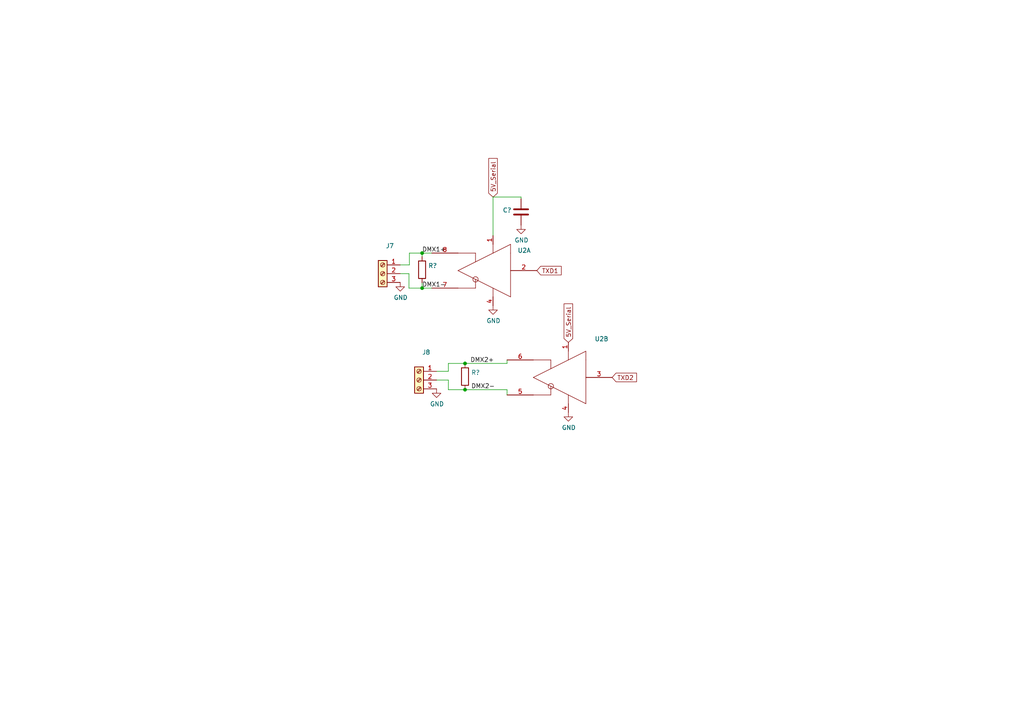
<source format=kicad_sch>
(kicad_sch (version 20211123) (generator eeschema)
  (paper "A4")
  (title_block (title "PB 16 Flex") (date "2020-10-04") (rev "v1.1") (company "Scott Hanson"))
  (lib_symbols
    (symbol "Connector:Screw_Terminal_01x03" (pin_names (offset 1.016) hide)
      (property "Reference" "J" (at 0 5.08 0))
      (property "Value" "Screw_Terminal_01x03" (at 0 -5.08 0))
      (symbol "Screw_Terminal_01x03_1_1"
        (rectangle (start -1.27 3.81) (end 1.27 -3.81) (stroke (width 0.254)) (fill (type background)))
        (circle (center 0 -2.54) (radius 0.635) (stroke (width 0.1524)))
        (polyline (pts (xy -0.5334 -2.2098) (xy 0.3302 -3.048)) (stroke (width 0.1524)))
        (polyline (pts (xy -0.5334 0.3302) (xy 0.3302 -0.508)) (stroke (width 0.1524)))
        (polyline (pts (xy -0.5334 2.8702) (xy 0.3302 2.032)) (stroke (width 0.1524)))
        (polyline (pts (xy -0.3556 -2.032) (xy 0.508 -2.8702)) (stroke (width 0.1524)))
        (polyline (pts (xy -0.3556 0.508) (xy 0.508 -0.3302)) (stroke (width 0.1524)))
        (polyline (pts (xy -0.3556 3.048) (xy 0.508 2.2098)) (stroke (width 0.1524)))
        (circle (center 0 0) (radius 0.635) (stroke (width 0.1524)))
        (circle (center 0 2.54) (radius 0.635) (stroke (width 0.1524)))
        (pin passive line (at -5.08 2.54 0) (length 3.81) (name "Pin_1") (number "1"))
        (pin passive line (at -5.08 0 0) (length 3.81) (name "Pin_2") (number "2"))
        (pin passive line (at -5.08 -2.54 0) (length 3.81) (name "Pin_3") (number "3"))
      )
    )
    (symbol "Interface_LineDriver:UA9638CP" (pin_names (offset 1.016) hide)
      (property "Reference" "U" (at -7.62 10.16 0))
      (property "Value" "UA9638CP" (at 2.54 7.62 0))
      (symbol "UA9638CP_0_1"
        (polyline (pts (xy -7.62 5.08) (xy -7.62 -7.62)))
        (polyline (pts (xy -7.62 5.08) (xy -7.62 7.62)))
        (polyline (pts (xy -7.62 7.62) (xy 7.62 0)))
        (polyline (pts (xy -2.54 -5.08) (xy -2.54 -7.62)))
        (polyline (pts (xy -2.54 5.08) (xy -2.54 7.62)))
        (polyline (pts (xy 2.54 -5.08) (xy 7.62 -5.08)))
        (polyline (pts (xy 2.54 -2.54) (xy 2.54 -5.08)))
        (polyline (pts (xy 2.54 5.08) (xy 2.54 2.54)))
        (polyline (pts (xy 7.62 0) (xy -7.62 -7.62)))
        (polyline (pts (xy 7.62 5.08) (xy 2.54 5.08)))
        (circle (center 2.54 -2.54) (radius 0.762))
      )
      (symbol "UA9638CP_1_1"
        (pin power_in line (at -2.54 10.16 270) (length 2.54) (name "VCC") (number "1"))
        (pin input line (at -15.24 0 0) (length 7.62) (name "IN") (number "2"))
        (pin power_in line (at -2.54 -10.16 90) (length 2.54) (name "GND") (number "4"))
        (pin output line (at 15.24 -5.08 180) (length 7.62) (name "OUTA") (number "7"))
        (pin output line (at 15.24 5.08 180) (length 7.62) (name "OUTB") (number "8"))
      )
      (symbol "UA9638CP_2_1"
        (pin power_in line (at -2.54 10.16 270) (length 2.54) (name "VCC") (number "1"))
        (pin input line (at -15.24 0 0) (length 7.62) (name "IN") (number "3"))
        (pin power_in line (at -2.54 -10.16 90) (length 2.54) (name "GND") (number "4"))
        (pin output line (at 15.24 -5.08 180) (length 7.62) (name "OUTA") (number "5"))
        (pin output line (at 15.24 5.08 180) (length 7.62) (name "OUTB") (number "6"))
      )
    )
    (symbol "PB_16-rescue:C-Device" (pin_numbers hide) (pin_names (offset 0.254))
      (property "Reference" "C" (at 0.635 2.54 0))
      (property "Value" "C-Device" (at 0.635 -2.54 0))
      (symbol "C-Device_0_1"
        (polyline (pts (xy -2.032 -0.762) (xy 2.032 -0.762)) (stroke (width 0.508)))
        (polyline (pts (xy -2.032 0.762) (xy 2.032 0.762)) (stroke (width 0.508)))
      )
      (symbol "C-Device_1_1"
        (pin passive line (at 0 3.81 270) (length 2.794) (name "~") (number "1"))
        (pin passive line (at 0 -3.81 90) (length 2.794) (name "~") (number "2"))
      )
    )
    (symbol "PB_16-rescue:R-Device" (pin_numbers hide) (pin_names (offset 0))
      (property "Reference" "R" (at 2.032 0 90))
      (property "Value" "R-Device" (at 0 0 90))
      (symbol "R-Device_0_1"
        (rectangle (start -1.016 -2.54) (end 1.016 2.54) (stroke (width 0.254)))
      )
      (symbol "R-Device_1_1"
        (pin passive line (at 0 3.81 270) (length 1.27) (name "~") (number "1"))
        (pin passive line (at 0 -3.81 90) (length 1.27) (name "~") (number "2"))
      )
    )
    (symbol "power:GND" (power) (pin_names (offset 0))
      (property "Value" "GND" (at 0 -3.81 0))
      (symbol "GND_0_1"
        (polyline (pts (xy 0 0) (xy 0 -1.27) (xy 1.27 -1.27) (xy 0 -2.54) (xy -1.27 -1.27) (xy 0 -1.27)))
      )
      (symbol "GND_1_1"
        (pin power_in line (at 0 0 270) (length 0) hide (name "GND") (number "1"))
      )
    )
  )
  (junction (at 122.428 83.566))
  (junction (at 134.874 113.03))
  (junction (at 122.428 73.406))
  (junction (at 134.874 105.41))
  (wire (pts (xy 118.745 76.835) (xy 116.078 76.835)))
  (wire (pts (xy 122.428 73.406) (xy 122.428 74.422)))
  (wire (pts (xy 147.066 105.41) (xy 147.066 104.394)))
  (wire (pts (xy 130.048 113.03) (xy 134.874 113.03)))
  (wire (pts (xy 122.428 73.406) (xy 118.745 73.406)))
  (wire (pts (xy 122.428 73.406) (xy 125.222 73.406)))
  (wire (pts (xy 122.428 82.042) (xy 122.428 83.566)))
  (wire (pts (xy 122.428 83.566) (xy 118.618 83.566)))
  (wire (pts (xy 118.618 83.566) (xy 118.618 79.375)))
  (wire (pts (xy 130.048 105.41) (xy 130.048 107.696)))
  (wire (pts (xy 147.066 114.554) (xy 147.066 113.03)))
  (wire (pts (xy 130.048 105.41) (xy 134.874 105.41)))
  (wire (pts (xy 130.048 107.696) (xy 126.619 107.696)))
  (wire (pts (xy 118.618 79.375) (xy 116.078 79.375)))
  (wire (pts (xy 126.619 110.236) (xy 130.048 110.236)))
  (wire (pts (xy 134.874 105.41) (xy 147.066 105.41)))
  (wire (pts (xy 151.13 57.15) (xy 151.13 57.658)))
  (wire (pts (xy 143.002 57.15) (xy 151.13 57.15)))
  (wire (pts (xy 143.002 68.326) (xy 143.002 57.15)))
  (wire (pts (xy 130.048 110.236) (xy 130.048 113.03)))
  (wire (pts (xy 118.745 73.406) (xy 118.745 76.835)))
  (wire (pts (xy 122.428 83.566) (xy 125.222 83.566)))
  (wire (pts (xy 134.874 113.03) (xy 147.066 113.03)))
  (label "DMX2-" (at 136.652 113.03 0))
  (label "DMX1-" (at 122.428 83.566 0))
  (label "DMX2+" (at 136.398 105.41 0))
  (label "DMX1+" (at 122.428 73.406 0))
  (global_label "TXD1" (shape input) (at 155.702 78.486 0) (property "Intersheet References" "${INTERSHEET_REFS}" (effects hide)))
  (global_label "TXD2" (shape input) (at 177.546 109.474 0) (property "Intersheet References" "${INTERSHEET_REFS}" (effects hide)))
  (global_label "5V_Serial" (shape input) (at 143.002 57.15 90) (property "Intersheet References" "${INTERSHEET_REFS}" (effects hide)))
  (global_label "5V_Serial" (shape input) (at 164.846 99.314 90) (property "Intersheet References" "${INTERSHEET_REFS}" (effects hide)))
  (symbol (lib_id "PB_16-rescue:R-Device") (at 134.874 109.22 0) (unit 1)
    (property "Reference" "R?" (at 136.652 108.0516 0) (effects (justify left)))
    (property "Digi-Key_PN" "311-120ARCT-ND" (effects hide))
    (property "MPN" "RC0805JR-07120RL" (effects hide))
    (property "LCSC" "C17437" (effects hide))
  )
  (symbol (lib_id "PB_16-rescue:C-Device") (at 151.13 61.468 0) (unit 1)
    (property "Reference" "C?" (at 145.796 60.96 0) (effects (justify left)))
    (property "Digi-Key_PN" "1276-1007-1-ND" (effects hide))
    (property "MPN" "CL21F104ZBCNNNC" (effects hide))
    (property "LCSC" "C49678" (effects hide))
  )
  (symbol (lib_id "power:GND") (at 151.13 65.278 0) (unit 1)
    (property "Reference" "#PWR?" (effects hide))
  )
  (symbol (lib_id "Interface_LineDriver:UA9638CP") (at 140.462 78.486 0) (mirror y) (unit 1)
    (property "Reference" "U2" (at 150.114 72.644 0) (effects (justify right)))
    (property "Datasheet" "http://www.ti.com/lit/ds/symlink/ua9638.pdf" (effects hide))
    (property "Digi-Key_PN" "296-15058-1-ND" (effects hide))
    (property "MPN" "UA9638CDR" (effects hide))
    (property "LCSC" "C435812" (effects hide))
  )
  (symbol (lib_id "Interface_LineDriver:UA9638CP") (at 162.306 109.474 0) (mirror y) (unit 2)
    (property "Reference" "U2" (at 172.466 98.298 0) (effects (justify right)))
    (property "Datasheet" "http://www.ti.com/lit/ds/symlink/ua9638.pdf" (effects hide))
    (property "Digi-Key_PN" "296-15058-1-ND" (effects hide))
    (property "MPN" "UA9638CDR" (effects hide))
    (property "LCSC" "C435812" (effects hide))
  )
  (symbol (lib_id "PB_16-rescue:R-Device") (at 122.428 78.232 0) (unit 1)
    (property "Reference" "R?" (at 124.206 77.0636 0) (effects (justify left)))
    (property "Digi-Key_PN" "311-120ARCT-ND" (effects hide))
    (property "MPN" "RC0805JR-07120RL" (effects hide))
    (property "LCSC" "C17437" (effects hide))
  )
  (symbol (lib_id "power:GND") (at 164.846 119.634 0) (unit 1)
    (property "Reference" "#PWR?" (effects hide))
  )
  (symbol (lib_id "power:GND") (at 143.002 88.646 0) (unit 1)
    (property "Reference" "#PWR?" (effects hide))
  )
  (symbol (lib_id "Connector:Screw_Terminal_01x03") (at 110.998 79.375 0) (mirror y) (unit 1)
    (property "Reference" "J7" (at 113.0808 71.3232 0))
    (property "Digi-Key_PN" "277-5737-ND" (effects hide))
    (property "MPN" "1843619" (effects hide))
  )
  (symbol (lib_id "Connector:Screw_Terminal_01x03") (at 121.539 110.236 0) (mirror y) (unit 1)
    (property "Reference" "J8" (at 123.6218 102.1842 0))
    (property "Digi-Key_PN" "277-5737-ND" (effects hide))
    (property "MPN" "1843619" (effects hide))
  )
  (symbol (lib_id "power:GND") (at 116.078 81.915 0) (unit 1)
    (property "Reference" "#PWR?" (effects hide))
  )
  (symbol (lib_id "power:GND") (at 126.619 112.776 0) (unit 1)
    (property "Reference" "#PWR?" (effects hide))
  )
)
</source>
